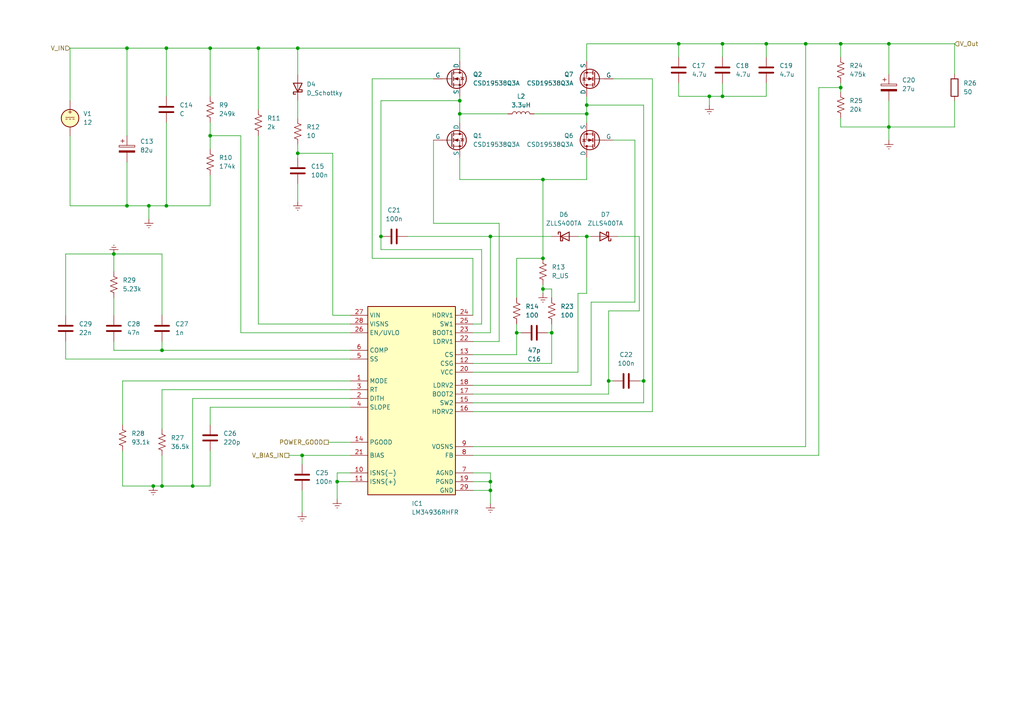
<source format=kicad_sch>
(kicad_sch (version 20230121) (generator eeschema)
  (paper "A4")
  (lib_symbols
    (symbol "Device:C" (pin_numbers hide) (pin_names (offset 0.254))
      (property "Reference" "C" (at 0.635 2.54 0))
      (property "Value" "C" (at 0.635 -2.54 0))
      (symbol "C_0_1"
        (polyline (pts (xy -2.032 -0.762) (xy 2.032 -0.762)) (stroke (width 0.508)))
        (polyline (pts (xy -2.032 0.762) (xy 2.032 0.762)) (stroke (width 0.508)))
      )
      (symbol "C_1_1"
        (pin passive line (at 0 3.81 270) (length 2.794) (name "~") (number "1"))
        (pin passive line (at 0 -3.81 90) (length 2.794) (name "~") (number "2"))
      )
    )
    (symbol "Device:C_Polarized" (pin_numbers hide) (pin_names (offset 0.254))
      (property "Reference" "C" (at 0.635 2.54 0))
      (property "Value" "C_Polarized" (at 0.635 -2.54 0))
      (symbol "C_Polarized_0_1"
        (rectangle (start -2.286 0.508) (end 2.286 1.016))
        (polyline (pts (xy -1.778 2.286) (xy -0.762 2.286)))
        (polyline (pts (xy -1.27 2.794) (xy -1.27 1.778)))
        (rectangle (start 2.286 -0.508) (end -2.286 -1.016) (fill (type outline)))
      )
      (symbol "C_Polarized_1_1"
        (pin passive line (at 0 3.81 270) (length 2.794) (name "~") (number "1"))
        (pin passive line (at 0 -3.81 90) (length 2.794) (name "~") (number "2"))
      )
    )
    (symbol "Device:D_Schottky" (pin_numbers hide) (pin_names (offset 1.016) hide)
      (property "Reference" "D" (at 0 2.54 0))
      (property "Value" "D_Schottky" (at 0 -2.54 0))
      (symbol "D_Schottky_0_1"
        (polyline (pts (xy 1.27 0) (xy -1.27 0)))
        (polyline (pts (xy 1.27 1.27) (xy 1.27 -1.27) (xy -1.27 0) (xy 1.27 1.27)) (stroke (width 0.254)))
        (polyline (pts (xy -1.905 0.635) (xy -1.905 1.27) (xy -1.27 1.27) (xy -1.27 -1.27) (xy -0.635 -1.27) (xy -0.635 -0.635)) (stroke (width 0.254)))
      )
      (symbol "D_Schottky_1_1"
        (pin passive line (at -3.81 0 0) (length 2.54) (name "K") (number "1"))
        (pin passive line (at 3.81 0 180) (length 2.54) (name "A") (number "2"))
      )
    )
    (symbol "Device:L" (pin_numbers hide) (pin_names (offset 1.016) hide)
      (property "Reference" "L" (at -1.27 0 90))
      (property "Value" "L" (at 1.905 0 90))
      (symbol "L_0_1"
        (arc (start 0 -2.54) (mid 0.6323 -1.905) (end 0 -1.27))
        (arc (start 0 -1.27) (mid 0.6323 -0.635) (end 0 0))
        (arc (start 0 0) (mid 0.6323 0.635) (end 0 1.27))
        (arc (start 0 1.27) (mid 0.6323 1.905) (end 0 2.54))
      )
      (symbol "L_1_1"
        (pin passive line (at 0 3.81 270) (length 1.27) (name "1") (number "1"))
        (pin passive line (at 0 -3.81 90) (length 1.27) (name "2") (number "2"))
      )
    )
    (symbol "Device:R" (pin_numbers hide) (pin_names (offset 0))
      (property "Reference" "R" (at 2.032 0 90))
      (property "Value" "R" (at 0 0 90))
      (symbol "R_0_1"
        (rectangle (start -1.016 -2.54) (end 1.016 2.54) (stroke (width 0.254)))
      )
      (symbol "R_1_1"
        (pin passive line (at 0 3.81 270) (length 1.27) (name "~") (number "1"))
        (pin passive line (at 0 -3.81 90) (length 1.27) (name "~") (number "2"))
      )
    )
    (symbol "Device:R_US" (pin_numbers hide) (pin_names (offset 0))
      (property "Reference" "R" (at 2.54 0 90))
      (property "Value" "R_US" (at -2.54 0 90))
      (symbol "R_US_0_1"
        (polyline (pts (xy 0 -2.286) (xy 0 -2.54)))
        (polyline (pts (xy 0 2.286) (xy 0 2.54)))
        (polyline (pts (xy 0 -0.762) (xy 1.016 -1.143) (xy 0 -1.524) (xy -1.016 -1.905) (xy 0 -2.286)))
        (polyline (pts (xy 0 0.762) (xy 1.016 0.381) (xy 0 0) (xy -1.016 -0.381) (xy 0 -0.762)))
        (polyline (pts (xy 0 2.286) (xy 1.016 1.905) (xy 0 1.524) (xy -1.016 1.143) (xy 0 0.762)))
      )
      (symbol "R_US_1_1"
        (pin passive line (at 0 3.81 270) (length 1.27) (name "~") (number "1"))
        (pin passive line (at 0 -3.81 90) (length 1.27) (name "~") (number "2"))
      )
    )
    (symbol "Simulation_SPICE:NMOS" (pin_numbers hide) (pin_names (offset 0))
      (property "Reference" "Q" (at 5.08 1.27 0))
      (property "Value" "NMOS" (at 5.08 -1.27 0))
      (symbol "NMOS_0_1"
        (polyline (pts (xy 0.254 0) (xy -2.54 0)))
        (polyline (pts (xy 0.254 1.905) (xy 0.254 -1.905)) (stroke (width 0.254)))
        (polyline (pts (xy 0.762 -1.27) (xy 0.762 -2.286)) (stroke (width 0.254)))
        (polyline (pts (xy 0.762 0.508) (xy 0.762 -0.508)) (stroke (width 0.254)))
        (polyline (pts (xy 0.762 2.286) (xy 0.762 1.27)) (stroke (width 0.254)))
        (polyline (pts (xy 2.54 2.54) (xy 2.54 1.778)))
        (polyline (pts (xy 2.54 -2.54) (xy 2.54 0) (xy 0.762 0)))
        (polyline (pts (xy 0.762 -1.778) (xy 3.302 -1.778) (xy 3.302 1.778) (xy 0.762 1.778)))
        (polyline (pts (xy 1.016 0) (xy 2.032 0.381) (xy 2.032 -0.381) (xy 1.016 0)) (fill (type outline)))
        (polyline (pts (xy 2.794 0.508) (xy 2.921 0.381) (xy 3.683 0.381) (xy 3.81 0.254)))
        (polyline (pts (xy 3.302 0.381) (xy 2.921 -0.254) (xy 3.683 -0.254) (xy 3.302 0.381)))
        (circle (center 1.651 0) (radius 2.794) (stroke (width 0.254)))
        (circle (center 2.54 -1.778) (radius 0.254) (fill (type outline)))
        (circle (center 2.54 1.778) (radius 0.254) (fill (type outline)))
      )
      (symbol "NMOS_1_1"
        (pin passive line (at 2.54 5.08 270) (length 2.54) (name "D") (number "1"))
        (pin input line (at -5.08 0 0) (length 2.54) (name "G") (number "2"))
        (pin passive line (at 2.54 -5.08 90) (length 2.54) (name "S") (number "3"))
      )
    )
    (symbol "Simulation_SPICE:VDC" (pin_numbers hide) (pin_names (offset 0.0254))
      (property "Reference" "V" (at 2.54 2.54 0))
      (property "Value" "1" (at 2.54 0 0))
      (symbol "VDC_0_0"
        (polyline (pts (xy -1.27 0.254) (xy 1.27 0.254)))
        (polyline (pts (xy -0.762 -0.254) (xy -1.27 -0.254)))
        (polyline (pts (xy 0.254 -0.254) (xy -0.254 -0.254)))
        (polyline (pts (xy 1.27 -0.254) (xy 0.762 -0.254)))
        (text "+" (at 0 1.905 0) (effects (font (size 1.27 1.27))))
      )
      (symbol "VDC_0_1"
        (circle (center 0 0) (radius 2.54) (stroke (width 0.254)) (fill (type background)))
      )
      (symbol "VDC_1_1"
        (pin passive line (at 0 5.08 270) (length 2.54) (name "~") (number "1"))
        (pin passive line (at 0 -5.08 90) (length 2.54) (name "~") (number "2"))
      )
    )
    (symbol "imports-new:LM34936RHFR"
      (property "Reference" "IC1" (at 16.51 -35.56 0))
      (property "Value" "LM34936RHFR" (at 16.51 -38.1 0))
      (symbol "LM34936RHFR_1_1"
        (rectangle (start 3.81 21.59) (end 29.21 -33.02) (stroke (width 0.254)) (fill (type background)))
        (pin passive line (at -1.27 0 0) (length 5.08) (name "MODE") (number "1"))
        (pin passive line (at -1.27 -26.67 0) (length 5.08) (name "ISNS(-)") (number "10"))
        (pin passive line (at -1.27 -29.21 0) (length 5.08) (name "ISNS(+)") (number "11"))
        (pin passive line (at 34.29 5.08 180) (length 5.08) (name "CSG") (number "12"))
        (pin passive line (at 34.29 7.62 180) (length 5.08) (name "CS") (number "13"))
        (pin passive line (at -1.27 -17.78 0) (length 5.08) (name "PGOOD") (number "14"))
        (pin passive line (at 34.29 -6.35 180) (length 5.08) (name "SW2") (number "15"))
        (pin passive line (at 34.29 -8.89 180) (length 5.08) (name "HDRV2") (number "16"))
        (pin passive line (at 34.29 -3.81 180) (length 5.08) (name "BOOT2") (number "17"))
        (pin passive line (at 34.29 -1.27 180) (length 5.08) (name "LDRV2") (number "18"))
        (pin passive line (at 34.29 -29.21 180) (length 5.08) (name "PGND") (number "19"))
        (pin passive line (at -1.27 -5.08 0) (length 5.08) (name "DITH") (number "2"))
        (pin passive line (at 34.29 2.54 180) (length 5.08) (name "VCC") (number "20"))
        (pin passive line (at -1.27 -21.59 0) (length 5.08) (name "BIAS") (number "21"))
        (pin passive line (at 34.29 11.43 180) (length 5.08) (name "LDRV1") (number "22"))
        (pin passive line (at 34.29 13.97 180) (length 5.08) (name "BOOT1") (number "23"))
        (pin passive line (at 34.29 19.05 180) (length 5.08) (name "HDRV1") (number "24"))
        (pin passive line (at 34.29 16.51 180) (length 5.08) (name "SW1") (number "25"))
        (pin passive line (at -1.27 13.97 0) (length 5.08) (name "EN/UVLO") (number "26"))
        (pin passive line (at -1.27 19.05 0) (length 5.08) (name "VIN") (number "27"))
        (pin passive line (at -1.27 16.51 0) (length 5.08) (name "VISNS") (number "28"))
        (pin passive line (at 34.29 -31.75 180) (length 5.08) (name "GND") (number "29"))
        (pin passive line (at -1.27 -2.54 0) (length 5.08) (name "RT") (number "3"))
        (pin passive line (at -1.27 -7.62 0) (length 5.08) (name "SLOPE") (number "4"))
        (pin passive line (at -1.27 6.35 0) (length 5.08) (name "SS") (number "5"))
        (pin passive line (at -1.27 8.89 0) (length 5.08) (name "COMP") (number "6"))
        (pin passive line (at 34.29 -26.67 180) (length 5.08) (name "AGND") (number "7"))
        (pin passive line (at 34.29 -21.59 180) (length 5.08) (name "FB") (number "8"))
        (pin passive line (at 34.29 -19.05 180) (length 5.08) (name "VOSNS") (number "9"))
      )
    )
    (symbol "power:Earth" (power) (pin_names (offset 0))
      (symbol "Earth_0_1"
        (polyline (pts (xy -0.635 -1.905) (xy 0.635 -1.905)))
        (polyline (pts (xy -0.127 -2.54) (xy 0.127 -2.54)))
        (polyline (pts (xy 0 -1.27) (xy 0 0)))
        (polyline (pts (xy 1.27 -1.27) (xy -1.27 -1.27)))
      )
      (symbol "Earth_1_1"
        (pin power_in line (at 0 0 270) (length 0) hide (name "Earth") (number "1"))
      )
    )
  )
  (junction (at 46.99 101.6))
  (junction (at 170.18 33.02))
  (junction (at 205.74 27.94))
  (junction (at 110.49 68.58))
  (junction (at 36.83 13.97))
  (junction (at 48.26 59.69))
  (junction (at 97.79 139.7))
  (junction (at 87.63 132.08))
  (junction (at 55.88 140.97))
  (junction (at 157.48 52.07))
  (junction (at 196.85 12.7))
  (junction (at 157.48 74.93))
  (junction (at 142.24 139.7))
  (junction (at 36.83 59.69))
  (junction (at 43.18 59.69))
  (junction (at 86.36 44.45))
  (junction (at 60.96 13.97))
  (junction (at 257.81 12.7))
  (junction (at 170.18 68.58))
  (junction (at 142.24 142.24))
  (junction (at 44.45 140.97))
  (junction (at 60.96 39.37))
  (junction (at 46.99 140.97))
  (junction (at 243.84 12.7))
  (junction (at 48.26 13.97))
  (junction (at 33.02 73.66))
  (junction (at 142.24 68.58))
  (junction (at 160.02 96.52))
  (junction (at 209.55 27.94))
  (junction (at 209.55 12.7))
  (junction (at 222.25 12.7))
  (junction (at 133.35 33.02))
  (junction (at 149.86 96.52))
  (junction (at 157.48 83.82))
  (junction (at 170.18 30.48))
  (junction (at 186.69 110.49))
  (junction (at 86.36 13.97))
  (junction (at 233.68 12.7))
  (junction (at 133.35 29.21))
  (junction (at 243.84 25.4))
  (junction (at 176.53 110.49))
  (junction (at 257.81 36.83))
  (junction (at 74.93 13.97))
  (wire (pts (xy 196.85 24.13) (xy 196.85 27.94)))
  (wire (pts (xy 74.93 13.97) (xy 86.36 13.97)))
  (wire (pts (xy 101.6 137.16) (xy 97.79 137.16)))
  (wire (pts (xy 60.96 59.69) (xy 60.96 50.8)))
  (wire (pts (xy 33.02 91.44) (xy 33.02 86.36)))
  (wire (pts (xy 69.85 96.52) (xy 101.6 96.52)))
  (wire (pts (xy 233.68 12.7) (xy 222.25 12.7)))
  (wire (pts (xy 133.35 52.07) (xy 157.48 52.07)))
  (wire (pts (xy 160.02 86.36) (xy 160.02 83.82)))
  (wire (pts (xy 36.83 46.99) (xy 36.83 59.69)))
  (wire (pts (xy 101.6 139.7) (xy 97.79 139.7)))
  (wire (pts (xy 149.86 96.52) (xy 149.86 93.98)))
  (wire (pts (xy 48.26 13.97) (xy 48.26 27.94)))
  (wire (pts (xy 107.95 74.93) (xy 107.95 22.86)))
  (wire (pts (xy 43.18 59.69) (xy 43.18 63.5)))
  (wire (pts (xy 243.84 36.83) (xy 257.81 36.83)))
  (wire (pts (xy 276.86 21.59) (xy 276.86 12.7)))
  (wire (pts (xy 167.64 85.09) (xy 167.64 107.95)))
  (wire (pts (xy 157.48 52.07) (xy 170.18 52.07)))
  (wire (pts (xy 142.24 137.16) (xy 142.24 139.7)))
  (wire (pts (xy 157.48 83.82) (xy 157.48 85.09)))
  (wire (pts (xy 20.32 13.97) (xy 20.32 29.21)))
  (wire (pts (xy 176.53 110.49) (xy 176.53 90.17)))
  (wire (pts (xy 133.35 13.97) (xy 133.35 17.78)))
  (wire (pts (xy 142.24 137.16) (xy 137.16 137.16)))
  (wire (pts (xy 142.24 68.58) (xy 160.02 68.58)))
  (wire (pts (xy 46.99 132.08) (xy 46.99 140.97)))
  (wire (pts (xy 176.53 90.17) (xy 185.42 90.17)))
  (wire (pts (xy 74.93 93.98) (xy 101.6 93.98)))
  (wire (pts (xy 276.86 12.7) (xy 257.81 12.7)))
  (wire (pts (xy 170.18 52.07) (xy 170.18 45.72)))
  (wire (pts (xy 185.42 68.58) (xy 179.07 68.58)))
  (wire (pts (xy 205.74 27.94) (xy 205.74 30.48)))
  (wire (pts (xy 137.16 111.76) (xy 171.45 111.76)))
  (wire (pts (xy 19.05 73.66) (xy 19.05 91.44)))
  (wire (pts (xy 60.96 140.97) (xy 60.96 130.81)))
  (wire (pts (xy 60.96 13.97) (xy 74.93 13.97)))
  (wire (pts (xy 257.81 36.83) (xy 276.86 36.83)))
  (wire (pts (xy 160.02 96.52) (xy 160.02 105.41)))
  (wire (pts (xy 33.02 73.66) (xy 33.02 78.74)))
  (wire (pts (xy 101.6 101.6) (xy 46.99 101.6)))
  (wire (pts (xy 137.16 99.06) (xy 144.78 99.06)))
  (wire (pts (xy 133.35 33.02) (xy 133.35 35.56)))
  (wire (pts (xy 101.6 118.11) (xy 60.96 118.11)))
  (wire (pts (xy 222.25 27.94) (xy 222.25 24.13)))
  (wire (pts (xy 60.96 118.11) (xy 60.96 123.19)))
  (wire (pts (xy 205.74 27.94) (xy 209.55 27.94)))
  (wire (pts (xy 36.83 13.97) (xy 48.26 13.97)))
  (wire (pts (xy 171.45 87.63) (xy 184.15 87.63)))
  (wire (pts (xy 137.16 139.7) (xy 142.24 139.7)))
  (wire (pts (xy 170.18 12.7) (xy 170.18 17.78)))
  (wire (pts (xy 257.81 12.7) (xy 243.84 12.7)))
  (wire (pts (xy 133.35 45.72) (xy 133.35 52.07)))
  (wire (pts (xy 186.69 30.48) (xy 170.18 30.48)))
  (wire (pts (xy 257.81 36.83) (xy 257.81 40.64)))
  (wire (pts (xy 101.6 113.03) (xy 46.99 113.03)))
  (wire (pts (xy 35.56 130.81) (xy 35.56 140.97)))
  (wire (pts (xy 209.55 27.94) (xy 209.55 24.13)))
  (wire (pts (xy 171.45 111.76) (xy 171.45 87.63)))
  (wire (pts (xy 149.86 96.52) (xy 149.86 102.87)))
  (wire (pts (xy 243.84 25.4) (xy 243.84 26.67)))
  (wire (pts (xy 69.85 39.37) (xy 69.85 96.52)))
  (wire (pts (xy 137.16 114.3) (xy 176.53 114.3)))
  (wire (pts (xy 142.24 96.52) (xy 137.16 96.52)))
  (wire (pts (xy 87.63 142.24) (xy 87.63 148.59)))
  (wire (pts (xy 46.99 113.03) (xy 46.99 124.46)))
  (wire (pts (xy 149.86 74.93) (xy 157.48 74.93)))
  (wire (pts (xy 125.73 64.77) (xy 144.78 64.77)))
  (wire (pts (xy 151.13 96.52) (xy 149.86 96.52)))
  (wire (pts (xy 74.93 39.37) (xy 74.93 93.98)))
  (wire (pts (xy 46.99 91.44) (xy 46.99 73.66)))
  (wire (pts (xy 43.18 59.69) (xy 48.26 59.69)))
  (wire (pts (xy 55.88 140.97) (xy 60.96 140.97)))
  (wire (pts (xy 243.84 12.7) (xy 233.68 12.7)))
  (wire (pts (xy 137.16 119.38) (xy 189.23 119.38)))
  (wire (pts (xy 48.26 59.69) (xy 60.96 59.69)))
  (wire (pts (xy 36.83 13.97) (xy 36.83 39.37)))
  (wire (pts (xy 243.84 36.83) (xy 243.84 34.29)))
  (wire (pts (xy 60.96 39.37) (xy 60.96 43.18)))
  (wire (pts (xy 243.84 24.13) (xy 243.84 25.4)))
  (wire (pts (xy 137.16 142.24) (xy 142.24 142.24)))
  (wire (pts (xy 101.6 132.08) (xy 87.63 132.08)))
  (wire (pts (xy 60.96 39.37) (xy 69.85 39.37)))
  (wire (pts (xy 60.96 27.94) (xy 60.96 13.97)))
  (wire (pts (xy 36.83 13.97) (xy 20.32 13.97)))
  (wire (pts (xy 96.52 44.45) (xy 96.52 91.44)))
  (wire (pts (xy 137.16 74.93) (xy 107.95 74.93)))
  (wire (pts (xy 46.99 140.97) (xy 55.88 140.97)))
  (wire (pts (xy 101.6 110.49) (xy 35.56 110.49)))
  (wire (pts (xy 97.79 137.16) (xy 97.79 139.7)))
  (wire (pts (xy 97.79 139.7) (xy 97.79 144.78)))
  (wire (pts (xy 160.02 83.82) (xy 157.48 83.82)))
  (wire (pts (xy 87.63 132.08) (xy 87.63 134.62)))
  (wire (pts (xy 167.64 107.95) (xy 137.16 107.95)))
  (wire (pts (xy 74.93 13.97) (xy 74.93 31.75)))
  (wire (pts (xy 33.02 73.66) (xy 19.05 73.66)))
  (wire (pts (xy 137.16 91.44) (xy 137.16 74.93)))
  (wire (pts (xy 137.16 93.98) (xy 139.7 93.98)))
  (wire (pts (xy 170.18 27.94) (xy 170.18 30.48)))
  (wire (pts (xy 184.15 40.64) (xy 177.8 40.64)))
  (wire (pts (xy 60.96 35.56) (xy 60.96 39.37)))
  (wire (pts (xy 142.24 68.58) (xy 142.24 96.52)))
  (wire (pts (xy 243.84 16.51) (xy 243.84 12.7)))
  (wire (pts (xy 142.24 142.24) (xy 142.24 146.05)))
  (wire (pts (xy 107.95 22.86) (xy 125.73 22.86)))
  (wire (pts (xy 86.36 13.97) (xy 86.36 21.59)))
  (wire (pts (xy 170.18 68.58) (xy 171.45 68.58)))
  (wire (pts (xy 137.16 105.41) (xy 160.02 105.41)))
  (wire (pts (xy 233.68 12.7) (xy 233.68 129.54)))
  (wire (pts (xy 209.55 27.94) (xy 222.25 27.94)))
  (wire (pts (xy 86.36 53.34) (xy 86.36 58.42)))
  (wire (pts (xy 35.56 140.97) (xy 44.45 140.97)))
  (wire (pts (xy 186.69 110.49) (xy 186.69 116.84)))
  (wire (pts (xy 86.36 41.91) (xy 86.36 44.45)))
  (wire (pts (xy 154.94 33.02) (xy 170.18 33.02)))
  (wire (pts (xy 48.26 13.97) (xy 60.96 13.97)))
  (wire (pts (xy 276.86 29.21) (xy 276.86 36.83)))
  (wire (pts (xy 133.35 27.94) (xy 133.35 29.21)))
  (wire (pts (xy 157.48 82.55) (xy 157.48 83.82)))
  (wire (pts (xy 133.35 13.97) (xy 86.36 13.97)))
  (wire (pts (xy 158.75 96.52) (xy 160.02 96.52)))
  (wire (pts (xy 257.81 21.59) (xy 257.81 12.7)))
  (wire (pts (xy 170.18 68.58) (xy 170.18 85.09)))
  (wire (pts (xy 48.26 35.56) (xy 48.26 59.69)))
  (wire (pts (xy 184.15 40.64) (xy 184.15 87.63)))
  (wire (pts (xy 110.49 68.58) (xy 110.49 29.21)))
  (wire (pts (xy 36.83 59.69) (xy 43.18 59.69)))
  (wire (pts (xy 170.18 30.48) (xy 170.18 33.02)))
  (wire (pts (xy 20.32 39.37) (xy 20.32 59.69)))
  (wire (pts (xy 33.02 99.06) (xy 33.02 101.6)))
  (wire (pts (xy 170.18 85.09) (xy 167.64 85.09)))
  (wire (pts (xy 186.69 30.48) (xy 186.69 110.49)))
  (wire (pts (xy 222.25 12.7) (xy 209.55 12.7)))
  (wire (pts (xy 160.02 96.52) (xy 160.02 93.98)))
  (wire (pts (xy 177.8 22.86) (xy 189.23 22.86)))
  (wire (pts (xy 243.84 25.4) (xy 237.49 25.4)))
  (wire (pts (xy 86.36 29.21) (xy 86.36 34.29)))
  (wire (pts (xy 137.16 116.84) (xy 186.69 116.84)))
  (wire (pts (xy 55.88 115.57) (xy 55.88 140.97)))
  (wire (pts (xy 20.32 59.69) (xy 36.83 59.69)))
  (wire (pts (xy 139.7 72.39) (xy 110.49 72.39)))
  (wire (pts (xy 209.55 16.51) (xy 209.55 12.7)))
  (wire (pts (xy 185.42 110.49) (xy 186.69 110.49)))
  (wire (pts (xy 189.23 22.86) (xy 189.23 119.38)))
  (wire (pts (xy 149.86 86.36) (xy 149.86 74.93)))
  (wire (pts (xy 196.85 16.51) (xy 196.85 12.7)))
  (wire (pts (xy 185.42 90.17) (xy 185.42 68.58)))
  (wire (pts (xy 83.82 132.08) (xy 87.63 132.08)))
  (wire (pts (xy 110.49 29.21) (xy 133.35 29.21)))
  (wire (pts (xy 110.49 72.39) (xy 110.49 68.58)))
  (wire (pts (xy 101.6 115.57) (xy 55.88 115.57)))
  (wire (pts (xy 139.7 93.98) (xy 139.7 72.39)))
  (wire (pts (xy 237.49 25.4) (xy 237.49 132.08)))
  (wire (pts (xy 167.64 68.58) (xy 170.18 68.58)))
  (wire (pts (xy 176.53 114.3) (xy 176.53 110.49)))
  (wire (pts (xy 176.53 110.49) (xy 177.8 110.49)))
  (wire (pts (xy 222.25 16.51) (xy 222.25 12.7)))
  (wire (pts (xy 86.36 44.45) (xy 96.52 44.45)))
  (wire (pts (xy 170.18 33.02) (xy 170.18 35.56)))
  (wire (pts (xy 46.99 101.6) (xy 46.99 99.06)))
  (wire (pts (xy 196.85 12.7) (xy 170.18 12.7)))
  (wire (pts (xy 157.48 52.07) (xy 157.48 74.93)))
  (wire (pts (xy 257.81 29.21) (xy 257.81 36.83)))
  (wire (pts (xy 237.49 132.08) (xy 137.16 132.08)))
  (wire (pts (xy 96.52 91.44) (xy 101.6 91.44)))
  (wire (pts (xy 118.11 68.58) (xy 142.24 68.58)))
  (wire (pts (xy 101.6 104.14) (xy 19.05 104.14)))
  (wire (pts (xy 144.78 64.77) (xy 144.78 99.06)))
  (wire (pts (xy 35.56 110.49) (xy 35.56 123.19)))
  (wire (pts (xy 142.24 139.7) (xy 142.24 142.24)))
  (wire (pts (xy 133.35 33.02) (xy 147.32 33.02)))
  (wire (pts (xy 86.36 44.45) (xy 86.36 45.72)))
  (wire (pts (xy 125.73 40.64) (xy 125.73 64.77)))
  (wire (pts (xy 133.35 29.21) (xy 133.35 33.02)))
  (wire (pts (xy 33.02 73.66) (xy 46.99 73.66)))
  (wire (pts (xy 44.45 140.97) (xy 46.99 140.97)))
  (wire (pts (xy 137.16 102.87) (xy 149.86 102.87)))
  (wire (pts (xy 209.55 12.7) (xy 196.85 12.7)))
  (wire (pts (xy 19.05 104.14) (xy 19.05 99.06)))
  (wire (pts (xy 196.85 27.94) (xy 205.74 27.94)))
  (wire (pts (xy 95.25 128.27) (xy 101.6 128.27)))
  (wire (pts (xy 137.16 129.54) (xy 233.68 129.54)))
  (wire (pts (xy 33.02 101.6) (xy 46.99 101.6)))
  (hierarchical_label "V_IN" (shape input) (at 20.32 13.97 180))
  (hierarchical_label "POWER_GOOD" (shape passive) (at 95.25 128.27 180))
  (hierarchical_label "V_Out" (shape input) (at 276.86 12.7 0))
  (hierarchical_label "V_BIAS_IN" (shape passive) (at 83.82 132.08 180))
  (symbol (lib_id "Device:C") (at 181.61 110.49 90) (unit 1)
    (property "Reference" "C22" (at 181.61 102.87 90))
    (property "Value" "100n" (at 181.61 105.41 90))
  )
  (symbol (lib_id "Simulation_SPICE:NMOS") (at 130.81 40.64 0) (unit 1)
    (property "Reference" "Q1" (at 137.16 39.37 0) (effects (justify left)))
    (property "Value" "CSD19538Q3A" (at 137.16 41.91 0) (effects (justify left)))
    (property "Datasheet" "https://ngspice.sourceforge.io/docs/ngspice-manual.pdf" (effects hide))
    (property "Sim.Library" "/home/minifig/KiCad/simulations/CSD19538Q3A/CSD19538Q3A.LIB" (effects hide))
  )
  (symbol (lib_id "imports-new:LM34936RHFR") (at 102.87 110.49 0) (unit 1)
    (property "Reference" "IC1" (at 119.38 146.05 0) (effects (justify left)))
    (property "Value" "LM34936RHFR" (at 119.38 148.59 0) (effects (justify left)))
    (property "Footprint" "QFN50P400X500X100-29N-D" (effects hide))
    (property "Datasheet" "http://www.ti.com/lit/gpn/lm34936" (effects hide))
    (property "Height" "1" (effects hide))
    (property "Manufacturer_Name" "Texas Instruments" (effects hide))
    (property "Manufacturer_Part_Number" "LM34936RHFR" (effects hide))
    (property "Mouser Part Number" "595-LM34936RHFR" (effects hide))
    (property "Mouser Price/Stock" "https://www.mouser.co.uk/ProductDetail/Texas-Instruments/LM34936RHFR?qs=qSfuJ%252Bfl%2Fd6ENd4CocPFCg%3D%3D" (effects hide))
    (property "Arrow Part Number" "LM34936RHFR" (effects hide))
    (property "Arrow Price/Stock" "https://www.arrow.com/en/products/lm34936rhfr/texas-instruments?region=nac" (effects hide))
    (property "Sim.Library" "/home/minifig/KiCad/simulations/LM34936_PSPICE_TRANS/LM34936_TRANS.opj" (effects hide))
  )
  (symbol (lib_id "Device:C") (at 86.36 49.53 0) (unit 1)
    (property "Reference" "C15" (at 90.17 48.26 0) (effects (justify left)))
    (property "Value" "100n" (at 90.17 50.8 0) (effects (justify left)))
  )
  (symbol (lib_id "Device:R_US") (at 149.86 90.17 0) (unit 1)
    (property "Reference" "R14" (at 152.4 88.9 0) (effects (justify left)))
    (property "Value" "100" (at 152.4 91.44 0) (effects (justify left)))
    (property "Sim.Device" "R" (effects hide))
    (property "Sim.Pins" "1=+ 2=-" (effects hide))
  )
  (symbol (lib_id "Device:C") (at 48.26 31.75 0) (unit 1)
    (property "Reference" "C14" (at 52.07 30.48 0) (effects (justify left)))
    (property "Value" "C" (at 52.07 33.02 0) (effects (justify left)))
  )
  (symbol (lib_id "power:Earth") (at 142.24 146.05 0) (unit 1)
    (property "Reference" "#PWR032" (effects hide))
    (property "Value" "Earth" (effects hide))
  )
  (symbol (lib_id "Device:C_Polarized") (at 257.81 25.4 0) (unit 1)
    (property "Reference" "C20" (at 261.62 23.241 0) (effects (justify left)))
    (property "Value" "27u" (at 261.62 25.781 0) (effects (justify left)))
    (property "Sim.Device" "C" (effects hide))
    (property "Sim.Pins" "1=+ 2=-" (effects hide))
  )
  (symbol (lib_id "Device:C") (at 87.63 138.43 0) (unit 1)
    (property "Reference" "C25" (at 91.44 137.16 0) (effects (justify left)))
    (property "Value" "100n" (at 91.44 139.7 0) (effects (justify left)))
  )
  (symbol (lib_id "Device:R_US") (at 157.48 78.74 0) (unit 1)
    (property "Reference" "R13" (at 160.02 77.47 0) (effects (justify left)))
    (property "Value" "R_US" (at 160.02 80.01 0) (effects (justify left)))
  )
  (symbol (lib_id "power:Earth") (at 87.63 148.59 0) (unit 1)
    (property "Reference" "#PWR033" (effects hide))
    (property "Value" "Earth" (effects hide))
  )
  (symbol (lib_id "Simulation_SPICE:NMOS") (at 172.72 40.64 180) (unit 1)
    (property "Reference" "Q6" (at 166.37 39.37 0) (effects (justify left)))
    (property "Value" "CSD19538Q3A" (at 166.37 41.91 0) (effects (justify left)))
    (property "Datasheet" "https://ngspice.sourceforge.io/docs/ngspice-manual.pdf" (effects hide))
    (property "Sim.Library" "/home/minifig/KiCad/simulations/CSD19538Q3A/CSD19538Q3A.LIB" (effects hide))
  )
  (symbol (lib_id "Device:R_US") (at 74.93 35.56 0) (unit 1)
    (property "Reference" "R11" (at 77.47 34.29 0) (effects (justify left)))
    (property "Value" "2k" (at 77.47 36.83 0) (effects (justify left)))
  )
  (symbol (lib_id "Device:R_US") (at 33.02 82.55 0) (unit 1)
    (property "Reference" "R29" (at 35.56 81.28 0) (effects (justify left)))
    (property "Value" "5.23k" (at 35.56 83.82 0) (effects (justify left)))
  )
  (symbol (lib_id "Device:C") (at 222.25 20.32 0) (unit 1)
    (property "Reference" "C19" (at 226.06 19.05 0) (effects (justify left)))
    (property "Value" "4.7u" (at 226.06 21.59 0) (effects (justify left)))
  )
  (symbol (lib_id "Device:C") (at 60.96 127 0) (unit 1)
    (property "Reference" "C26" (at 64.77 125.73 0) (effects (justify left)))
    (property "Value" "220p" (at 64.77 128.27 0) (effects (justify left)))
  )
  (symbol (lib_id "Device:R_US") (at 86.36 38.1 0) (unit 1)
    (property "Reference" "R12" (at 88.9 36.83 0) (effects (justify left)))
    (property "Value" "10" (at 88.9 39.37 0) (effects (justify left)))
  )
  (symbol (lib_id "power:Earth") (at 257.81 40.64 0) (unit 1)
    (property "Reference" "#PWR030" (effects hide))
    (property "Value" "Earth" (effects hide))
  )
  (symbol (lib_id "Simulation_SPICE:NMOS") (at 172.72 22.86 180) (unit 1)
    (property "Reference" "Q7" (at 166.37 21.59 0) (effects (justify left)))
    (property "Value" "CSD19538Q3A" (at 166.37 24.13 0) (effects (justify left)))
    (property "Datasheet" "https://ngspice.sourceforge.io/docs/ngspice-manual.pdf" (effects hide))
    (property "Sim.Library" "/home/minifig/KiCad/simulations/CSD19538Q3A/CSD19538Q3A.LIB" (effects hide))
  )
  (symbol (lib_id "Device:C") (at 154.94 96.52 270) (unit 1)
    (property "Reference" "C16" (at 154.94 104.14 90))
    (property "Value" "47p" (at 154.94 101.6 90))
    (property "Sim.Device" "C" (effects hide))
    (property "Sim.Pins" "1=+ 2=-" (effects hide))
  )
  (symbol (lib_id "Device:C") (at 196.85 20.32 0) (unit 1)
    (property "Reference" "C17" (at 200.66 19.05 0) (effects (justify left)))
    (property "Value" "4.7u" (at 200.66 21.59 0) (effects (justify left)))
  )
  (symbol (lib_id "Device:R_US") (at 243.84 20.32 0) (unit 1)
    (property "Reference" "R24" (at 246.38 19.05 0) (effects (justify left)))
    (property "Value" "475k" (at 246.38 21.59 0) (effects (justify left)))
  )
  (symbol (lib_id "Device:R_US") (at 243.84 30.48 0) (unit 1)
    (property "Reference" "R25" (at 246.38 29.21 0) (effects (justify left)))
    (property "Value" "20k" (at 246.38 31.75 0) (effects (justify left)))
  )
  (symbol (lib_id "Simulation_SPICE:VDC") (at 20.32 34.29 0) (unit 1)
    (property "Reference" "V1" (at 24.13 32.9842 0) (effects (justify left)))
    (property "Value" "12" (at 24.13 35.5242 0) (effects (justify left)))
    (property "Sim.Pins" "1=+ 2=-" (effects hide))
    (property "Sim.Type" "DC" (effects hide))
    (property "Sim.Device" "V" (effects hide))
  )
  (symbol (lib_id "Device:R_US") (at 35.56 127 0) (unit 1)
    (property "Reference" "R28" (at 38.1 125.73 0) (effects (justify left)))
    (property "Value" "93.1k" (at 38.1 128.27 0) (effects (justify left)))
  )
  (symbol (lib_id "power:Earth") (at 157.48 85.09 0) (unit 1)
    (property "Reference" "#PWR028" (effects hide))
    (property "Value" "Earth" (effects hide))
  )
  (symbol (lib_id "Device:R") (at 276.86 25.4 0) (unit 1) (in_bom no) (on_board no)
    (property "Reference" "R26" (at 279.4 24.13 0) (effects (justify left)))
    (property "Value" "50" (at 279.4 26.67 0) (effects (justify left)))
  )
  (symbol (lib_id "Device:D_Schottky") (at 163.83 68.58 0) (unit 1)
    (property "Reference" "D6" (at 163.5125 62.23 0))
    (property "Value" "ZLLS400TA" (at 163.5125 64.77 0))
    (property "Datasheet" "https://www.diodes.com/assets/Datasheets/ZLLS400.pdf" (effects hide))
    (property "Sim.Device" "D" (effects hide))
    (property "Sim.Pins" "1=A 2=K" (effects hide))
    (property "Sim.Params" "cjo=60p bv=40 fv_max=0.99 bv_max=40 id_max=40 te_max=125" (effects hide))
  )
  (symbol (lib_id "Device:C") (at 209.55 20.32 0) (unit 1)
    (property "Reference" "C18" (at 213.36 19.05 0) (effects (justify left)))
    (property "Value" "4.7u" (at 213.36 21.59 0) (effects (justify left)))
  )
  (symbol (lib_id "Device:D_Schottky") (at 86.36 25.4 90) (unit 1)
    (property "Reference" "D4" (at 88.9 24.4475 90) (effects (justify right)))
    (property "Value" "D_Schottky" (at 88.9 26.9875 90) (effects (justify right)))
  )
  (symbol (lib_id "Device:L") (at 151.13 33.02 90) (unit 1)
    (property "Reference" "L2" (at 151.13 27.94 90))
    (property "Value" "3.3uH" (at 151.13 30.48 90))
  )
  (symbol (lib_id "Device:C") (at 19.05 95.25 0) (unit 1)
    (property "Reference" "C29" (at 22.86 93.98 0) (effects (justify left)))
    (property "Value" "22n" (at 22.86 96.52 0) (effects (justify left)))
  )
  (symbol (lib_id "power:Earth") (at 97.79 144.78 0) (unit 1)
    (property "Reference" "#PWR031" (effects hide))
    (property "Value" "Earth" (effects hide))
  )
  (symbol (lib_id "Device:C") (at 33.02 95.25 0) (unit 1)
    (property "Reference" "C28" (at 36.83 93.98 0) (effects (justify left)))
    (property "Value" "47n" (at 36.83 96.52 0) (effects (justify left)))
  )
  (symbol (lib_id "power:Earth") (at 33.02 73.66 180) (unit 1)
    (property "Reference" "#PWR048" (effects hide))
    (property "Value" "Earth" (effects hide))
  )
  (symbol (lib_id "Device:R_US") (at 160.02 90.17 0) (unit 1)
    (property "Reference" "R23" (at 162.56 88.9 0) (effects (justify left)))
    (property "Value" "100" (at 162.56 91.44 0) (effects (justify left)))
    (property "Sim.Device" "R" (effects hide))
    (property "Sim.Pins" "1=+ 2=-" (effects hide))
  )
  (symbol (lib_id "Device:R_US") (at 60.96 31.75 0) (unit 1)
    (property "Reference" "R9" (at 63.5 30.48 0) (effects (justify left)))
    (property "Value" "249k" (at 63.5 33.02 0) (effects (justify left)))
  )
  (symbol (lib_id "Device:R_US") (at 60.96 46.99 0) (unit 1)
    (property "Reference" "R10" (at 63.5 45.72 0) (effects (justify left)))
    (property "Value" "174k" (at 63.5 48.26 0) (effects (justify left)))
  )
  (symbol (lib_id "power:Earth") (at 86.36 58.42 0) (unit 1)
    (property "Reference" "#PWR027" (effects hide))
    (property "Value" "Earth" (effects hide))
  )
  (symbol (lib_id "Device:R_US") (at 46.99 128.27 0) (unit 1)
    (property "Reference" "R27" (at 49.53 127 0) (effects (justify left)))
    (property "Value" "36.5k" (at 49.53 129.54 0) (effects (justify left)))
  )
  (symbol (lib_id "Device:C") (at 114.3 68.58 90) (unit 1)
    (property "Reference" "C21" (at 114.3 60.96 90))
    (property "Value" "100n" (at 114.3 63.5 90))
  )
  (symbol (lib_id "Device:C") (at 46.99 95.25 0) (unit 1)
    (property "Reference" "C27" (at 50.8 93.98 0) (effects (justify left)))
    (property "Value" "1n" (at 50.8 96.52 0) (effects (justify left)))
  )
  (symbol (lib_id "power:Earth") (at 205.74 30.48 0) (unit 1)
    (property "Reference" "#PWR029" (effects hide))
    (property "Value" "Earth" (effects hide))
  )
  (symbol (lib_id "Device:C_Polarized") (at 36.83 43.18 0) (unit 1)
    (property "Reference" "C13" (at 40.64 41.021 0) (effects (justify left)))
    (property "Value" "82u" (at 40.64 43.561 0) (effects (justify left)))
  )
  (symbol (lib_id "power:Earth") (at 44.45 140.97 0) (unit 1)
    (property "Reference" "#PWR044" (effects hide))
    (property "Value" "Earth" (effects hide))
  )
  (symbol (lib_id "Device:D_Schottky") (at 175.26 68.58 180) (unit 1)
    (property "Reference" "D7" (at 175.5775 62.23 0))
    (property "Value" "ZLLS400TA" (at 175.5775 64.77 0))
    (property "Datasheet" "https://www.diodes.com/assets/Datasheets/ZLLS400.pdf" (effects hide))
    (property "Sim.Device" "D" (effects hide))
    (property "Sim.Pins" "1=A 2=K" (effects hide))
    (property "Sim.Params" "cjo=60p bv=40 fv_max=0.99 bv_max=40 id_max=40 te_max=125" (effects hide))
  )
  (symbol (lib_id "Simulation_SPICE:NMOS") (at 130.81 22.86 0) (unit 1)
    (property "Reference" "Q2" (at 137.16 21.59 0) (effects (justify left)))
    (property "Value" "CSD19538Q3A" (at 137.16 24.13 0) (effects (justify left)))
    (property "Datasheet" "https://ngspice.sourceforge.io/docs/ngspice-manual.pdf" (effects hide))
    (property "Sim.Library" "/home/minifig/KiCad/simulations/CSD19538Q3A/CSD19538Q3A.LIB" (effects hide))
  )
  (symbol (lib_id "power:Earth") (at 43.18 63.5 0) (unit 1)
    (property "Reference" "#PWR026" (effects hide))
    (property "Value" "Earth" (effects hide))
  )
)
</source>
